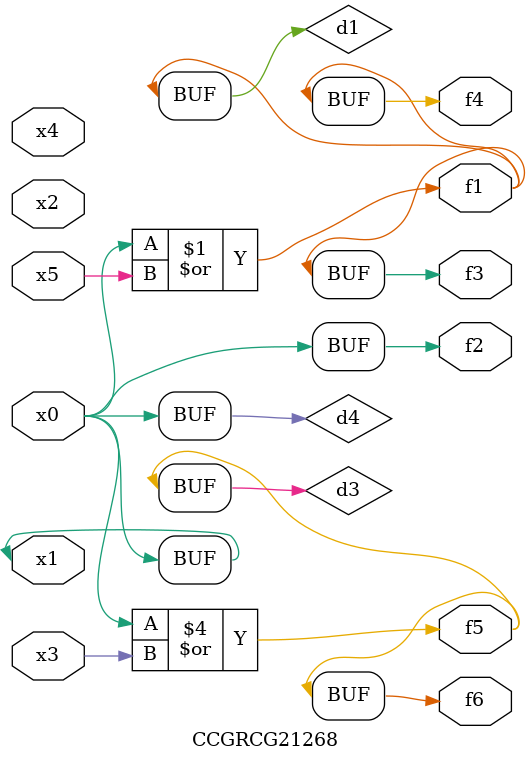
<source format=v>
module CCGRCG21268(
	input x0, x1, x2, x3, x4, x5,
	output f1, f2, f3, f4, f5, f6
);

	wire d1, d2, d3, d4;

	or (d1, x0, x5);
	xnor (d2, x1, x4);
	or (d3, x0, x3);
	buf (d4, x0, x1);
	assign f1 = d1;
	assign f2 = d4;
	assign f3 = d1;
	assign f4 = d1;
	assign f5 = d3;
	assign f6 = d3;
endmodule

</source>
